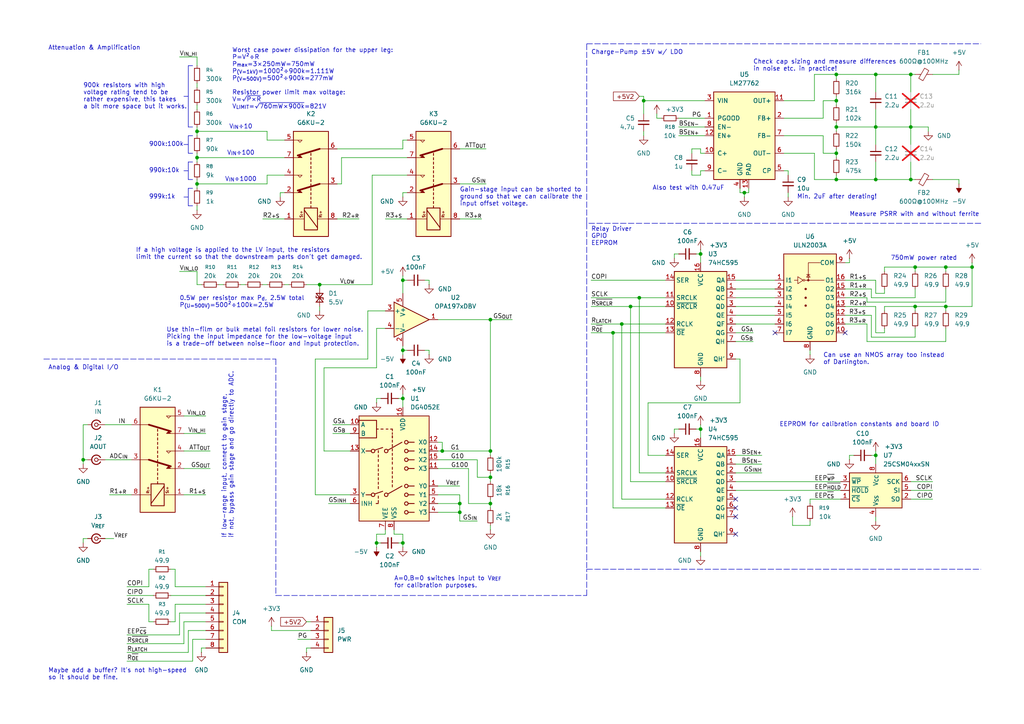
<source format=kicad_sch>
(kicad_sch (version 20250114) (generator "eeschema") (generator_version "9.0")
  (paper "A4")
  (text "Gain-stage input can be shorted to\nground so that we can calibrate the\ninput offset voltage." (at 133.35 57.15 0) (effects (font (size 1.27 1.27)) (justify left)))
  (text "Relay Driver\nGPIO\nEEPROM" (at 171.45 68.58 0) (effects (font (size 1.27 1.27)) (justify left)))
  (text "If low-range input, connect to gain stage,\nif not, bypass gain stage and go directly to ADC." (at 66.04 156.21 90) (effects (font (size 1.27 1.27)) (justify left)))
  (text "Attenuation & Amplification" (at 13.97 13.97 0) (effects (font (size 1.27 1.27)) (justify left)))
  (text "If a high voltage is applied to the LV input, the resistors\nlimit the current so that the downstream parts don't get damaged." (at 39.37 73.66 0) (effects (font (size 1.27 1.27)) (justify left)))
  (text "Check cap sizing and measure differences\nin noise etc. in practice!" (at 218.44 19.05 0) (effects (font (size 1.27 1.27)) (justify left)))
  (text "EEPROM for calibration constants and board ID" (at 226.06 123.19 0) (effects (font (size 1.27 1.27)) (justify left)))
  (text "999k:1k" (at 43.18 57.15 0) (effects (font (size 1.27 1.27)) (justify left)))
  (text "A=0,B=0 switches input to V_{REF}\nfor calibration purposes." (at 114.3 168.91 0) (effects (font (size 1.27 1.27)) (justify left)))
  (text "V_{IN}÷100" (at 69.85 44.45 0) (effects (font (size 1.27 1.27))))
  (text "Maybe add a buffer? It's not high-speed\nso it should be fine." (at 13.97 195.58 0) (effects (font (size 1.27 1.27)) (justify left)))
  (text "0.5W per resistor max P_{d}, 2.5W total\nP_{(U=500V)}=500²÷100k=2.5W" (at 52.07 87.63 0) (effects (font (size 1.27 1.27)) (justify left)))
  (text "900k resistors with high\nvoltage rating tend to be\nrather expensive, this takes\na bit more space but it works." (at 24.13 27.94 0) (effects (font (size 1.27 1.27)) (justify left)))
  (text "Measure PSRR with and without ferrite" (at 246.38 62.23 0) (effects (font (size 1.27 1.27)) (justify left)))
  (text "Charge-Pump ±5V w/ LDO" (at 171.45 15.24 0) (effects (font (size 1.27 1.27)) (justify left)))
  (text "V_{IN}÷10" (at 69.85 36.83 0) (effects (font (size 1.27 1.27))))
  (text "750mW power rated" (at 267.97 74.93 0) (effects (font (size 1.27 1.27))))
  (text "Also test with 0.47uF" (at 189.23 54.61 0) (effects (font (size 1.27 1.27)) (justify left)))
  (text "V_{IN}÷1000" (at 69.85 52.07 0) (effects (font (size 1.27 1.27))))
  (text "Worst case power dissipation for the upper leg:\nP=V²÷R\nP_{max}=3×250mW=750mW\nP_{(V=1kV)}=1000²÷900k=1.111W\nP_{(V=500V)}=500²÷900k=277mW\n\nResistor power limit max voltage:\nV=√~{P×R}\nV_{LIMIT}=√~{760mW×900k}=821V\n" (at 67.31 22.86 0) (effects (font (size 1.27 1.27)) (justify left)))
  (text "Use thin-film or bulk metal foil resistors for lower noise.\nPicking the input impedance for the low-voltage input\nis a trade-off between noise-floor and input protection." (at 48.26 97.79 0) (effects (font (size 1.27 1.27)) (justify left)))
  (text "900k:100k" (at 43.18 41.91 0) (effects (font (size 1.27 1.27)) (justify left)))
  (text "Analog & Digital I/O" (at 13.97 106.68 0) (effects (font (size 1.27 1.27)) (justify left)))
  (text "990k:10k" (at 43.18 49.53 0) (effects (font (size 1.27 1.27)) (justify left)))
  (text "Min. 2uF after derating!" (at 231.14 57.15 0) (effects (font (size 1.27 1.27)) (justify left)))
  (text "Can use an NMOS array too instead\nof Darlington." (at 238.76 104.14 0) (effects (font (size 1.27 1.27)) (justify left)))
  (junction (at 274.32 77.47))
  (junction (at 203.2 124.46))
  (junction (at 215.9 55.88))
  (junction (at 265.43 88.9))
  (junction (at 264.16 52.07))
  (junction (at 185.42 86.36))
  (junction (at 57.15 53.34))
  (junction (at 142.24 138.43))
  (junction (at 116.84 157.48))
  (junction (at 186.69 29.21))
  (junction (at 133.35 146.05))
  (junction (at 116.84 115.57))
  (junction (at 142.24 146.05))
  (junction (at 203.2 73.66))
  (junction (at 254 21.59))
  (junction (at 281.94 77.47))
  (junction (at 24.13 133.35))
  (junction (at 254 132.08))
  (junction (at 264.16 21.59))
  (junction (at 264.16 36.83))
  (junction (at 254 36.83))
  (junction (at 116.84 81.28))
  (junction (at 133.35 148.59))
  (junction (at 177.8 96.52))
  (junction (at 142.24 130.81))
  (junction (at 242.57 29.21))
  (junction (at 274.32 88.9))
  (junction (at 242.57 44.45))
  (junction (at 57.15 45.72))
  (junction (at 265.43 77.47))
  (junction (at 254 52.07))
  (junction (at 57.15 38.1))
  (junction (at 242.57 52.07))
  (junction (at 142.24 92.71))
  (junction (at 242.57 21.59))
  (junction (at 92.71 82.55))
  (junction (at 182.88 88.9))
  (junction (at 128.27 130.81))
  (junction (at 242.57 36.83))
  (junction (at 180.34 93.98))
  (junction (at 109.22 157.48))
  (junction (at 116.84 101.6))
  (no_connect (at 213.36 144.78))
  (no_connect (at 213.36 147.32))
  (no_connect (at 224.79 96.52))
  (no_connect (at 245.11 96.52))
  (no_connect (at 213.36 149.86))
  (no_connect (at 213.36 154.94))
  (wire (pts (xy 81.28 55.88) (xy 81.28 57.15)))
  (wire (pts (xy 97.79 63.5) (xy 104.14 63.5)))
  (wire (pts (xy 127 143.51) (xy 133.35 143.51)))
  (wire (pts (xy 234.95 151.13) (xy 234.95 152.4)))
  (wire (pts (xy 93.98 106.68) (xy 109.22 106.68)))
  (wire (pts (xy 36.83 189.23) (xy 54.61 189.23)))
  (wire (pts (xy 124.46 81.28) (xy 123.19 81.28)))
  (wire (pts (xy 106.68 90.17) (xy 106.68 104.14)))
  (wire (pts (xy 88.9 82.55) (xy 92.71 82.55)))
  (wire (pts (xy 213.36 91.44) (xy 224.79 91.44)))
  (wire (pts (xy 242.57 52.07) (xy 254 52.07)))
  (wire (pts (xy 114.3 154.94) (xy 114.3 153.67)))
  (wire (pts (xy 43.18 175.26) (xy 43.18 180.34)))
  (wire (pts (xy 171.45 81.28) (xy 193.04 81.28)))
  (wire (pts (xy 57.15 78.74) (xy 57.15 82.55)))
  (wire (pts (xy 127 92.71) (xy 142.24 92.71)))
  (wire (pts (xy 142.24 92.71) (xy 142.24 130.81)))
  (wire (pts (xy 242.57 43.18) (xy 242.57 44.45)))
  (wire (pts (xy 200.66 43.18) (xy 200.66 44.45)))
  (wire (pts (xy 135.89 135.89) (xy 135.89 146.05)))
  (wire (pts (xy 96.52 125.73) (xy 101.6 125.73)))
  (wire (pts (xy 213.36 83.82) (xy 224.79 83.82)))
  (wire (pts (xy 251.46 87.63) (xy 274.32 87.63)))
  (wire (pts (xy 228.6 55.88) (xy 228.6 57.15)))
  (wire (pts (xy 36.83 175.26) (xy 43.18 175.26)))
  (wire (pts (xy 54.61 182.88) (xy 59.69 182.88)))
  (wire (pts (xy 245.11 86.36) (xy 251.46 86.36)))
  (wire (pts (xy 31.75 143.51) (xy 38.1 143.51)))
  (wire (pts (xy 111.76 154.94) (xy 111.76 153.67)))
  (wire (pts (xy 142.24 144.78) (xy 142.24 146.05)))
  (wire (pts (xy 24.13 156.21) (xy 24.13 157.48)))
  (wire (pts (xy 86.36 185.42) (xy 90.17 185.42)))
  (wire (pts (xy 95.25 146.05) (xy 101.6 146.05)))
  (wire (pts (xy 59.69 177.8) (xy 52.07 177.8)))
  (wire (pts (xy 111.76 63.5) (xy 118.11 63.5)))
  (wire (pts (xy 251.46 93.98) (xy 251.46 99.06)))
  (wire (pts (xy 116.84 80.01) (xy 116.84 81.28)))
  (wire (pts (xy 203.2 124.46) (xy 203.2 127)))
  (wire (pts (xy 196.85 34.29) (xy 204.47 34.29)))
  (wire (pts (xy 82.55 40.64) (xy 77.47 40.64)))
  (wire (pts (xy 264.16 36.83) (xy 264.16 41.91)))
  (wire (pts (xy 24.13 133.35) (xy 24.13 134.62)))
  (wire (pts (xy 133.35 43.18) (xy 140.97 43.18)))
  (wire (pts (xy 265.43 88.9) (xy 274.32 88.9)))
  (polyline (pts (xy 54.61 46.99) (xy 54.61 52.07)))
  (wire (pts (xy 30.48 123.19) (xy 38.1 123.19)))
  (wire (pts (xy 238.76 44.45) (xy 238.76 39.37)))
  (wire (pts (xy 278.13 52.07) (xy 278.13 53.34)))
  (wire (pts (xy 270.51 52.07) (xy 278.13 52.07)))
  (wire (pts (xy 57.15 24.13) (xy 57.15 25.4)))
  (wire (pts (xy 203.2 43.18) (xy 200.66 43.18)))
  (wire (pts (xy 109.22 158.75) (xy 109.22 157.48)))
  (wire (pts (xy 245.11 93.98) (xy 251.46 93.98)))
  (wire (pts (xy 238.76 34.29) (xy 227.33 34.29)))
  (wire (pts (xy 93.98 130.81) (xy 93.98 106.68)))
  (wire (pts (xy 109.22 157.48) (xy 110.49 157.48)))
  (wire (pts (xy 252.73 132.08) (xy 254 132.08)))
  (wire (pts (xy 57.15 82.55) (xy 58.42 82.55)))
  (wire (pts (xy 217.17 54.61) (xy 217.17 55.88)))
  (wire (pts (xy 36.83 172.72) (xy 44.45 172.72)))
  (wire (pts (xy 99.06 45.72) (xy 99.06 53.34)))
  (wire (pts (xy 242.57 35.56) (xy 242.57 36.83)))
  (wire (pts (xy 234.95 101.6) (xy 234.95 102.87)))
  (wire (pts (xy 57.15 45.72) (xy 57.15 46.99)))
  (wire (pts (xy 116.84 40.64) (xy 118.11 40.64)))
  (wire (pts (xy 254 36.83) (xy 254 41.91)))
  (wire (pts (xy 50.8 170.18) (xy 59.69 170.18)))
  (wire (pts (xy 93.98 130.81) (xy 101.6 130.81)))
  (wire (pts (xy 135.89 146.05) (xy 142.24 146.05)))
  (polyline (pts (xy 170.18 172.72) (xy 170.18 165.1)) (stroke (width 0) (type dash)))
  (wire (pts (xy 251.46 99.06) (xy 274.32 99.06)))
  (wire (pts (xy 88.9 189.23) (xy 88.9 187.96)))
  (wire (pts (xy 49.53 165.1) (xy 50.8 165.1)))
  (wire (pts (xy 107.95 50.8) (xy 107.95 82.55)))
  (wire (pts (xy 116.84 81.28) (xy 118.11 81.28)))
  (wire (pts (xy 124.46 101.6) (xy 123.19 101.6)))
  (wire (pts (xy 36.83 184.15) (xy 52.07 184.15)))
  (wire (pts (xy 96.52 123.19) (xy 101.6 123.19)))
  (wire (pts (xy 186.69 29.21) (xy 186.69 27.94)))
  (wire (pts (xy 52.07 177.8) (xy 52.07 184.15)))
  (wire (pts (xy 180.34 93.98) (xy 180.34 144.78)))
  (wire (pts (xy 264.16 36.83) (xy 269.24 36.83)))
  (wire (pts (xy 242.57 36.83) (xy 254 36.83)))
  (wire (pts (xy 69.85 82.55) (xy 71.12 82.55)))
  (wire (pts (xy 25.4 156.21) (xy 24.13 156.21)))
  (wire (pts (xy 25.4 123.19) (xy 24.13 123.19)))
  (wire (pts (xy 138.43 133.35) (xy 127 133.35)))
  (wire (pts (xy 57.15 53.34) (xy 77.47 53.34)))
  (polyline (pts (xy 170.18 165.1) (xy 284.48 165.1)) (stroke (width 0) (type dash)))
  (wire (pts (xy 91.44 143.51) (xy 101.6 143.51)))
  (wire (pts (xy 57.15 36.83) (xy 57.15 38.1)))
  (wire (pts (xy 55.88 185.42) (xy 59.69 185.42)))
  (wire (pts (xy 236.22 52.07) (xy 236.22 44.45)))
  (wire (pts (xy 201.93 73.66) (xy 203.2 73.66)))
  (wire (pts (xy 53.34 125.73) (xy 59.69 125.73)))
  (wire (pts (xy 242.57 44.45) (xy 242.57 45.72)))
  (wire (pts (xy 242.57 29.21) (xy 242.57 30.48)))
  (wire (pts (xy 50.8 180.34) (xy 50.8 175.26)))
  (wire (pts (xy 92.71 83.82) (xy 92.71 82.55)))
  (wire (pts (xy 133.35 148.59) (xy 127 148.59)))
  (wire (pts (xy 214.63 116.84) (xy 187.96 116.84)))
  (wire (pts (xy 254 130.81) (xy 254 132.08)))
  (wire (pts (xy 58.42 189.23) (xy 58.42 187.96)))
  (wire (pts (xy 133.35 63.5) (xy 139.7 63.5)))
  (polyline (pts (xy 53.34 49.53) (xy 54.61 49.53)))
  (wire (pts (xy 142.24 137.16) (xy 142.24 138.43)))
  (wire (pts (xy 203.2 50.8) (xy 203.2 49.53)))
  (wire (pts (xy 227.33 29.21) (xy 236.22 29.21)))
  (wire (pts (xy 214.63 54.61) (xy 214.63 55.88)))
  (wire (pts (xy 254 21.59) (xy 254 26.67)))
  (wire (pts (xy 43.18 170.18) (xy 43.18 165.1)))
  (wire (pts (xy 254 149.86) (xy 254 151.13)))
  (wire (pts (xy 109.22 116.84) (xy 109.22 115.57)))
  (wire (pts (xy 246.38 132.08) (xy 246.38 133.35)))
  (wire (pts (xy 203.2 49.53) (xy 204.47 49.53)))
  (wire (pts (xy 203.2 72.39) (xy 203.2 73.66)))
  (wire (pts (xy 106.68 90.17) (xy 111.76 90.17)))
  (wire (pts (xy 196.85 39.37) (xy 204.47 39.37)))
  (wire (pts (xy 254 31.75) (xy 254 36.83)))
  (wire (pts (xy 116.84 154.94) (xy 116.84 157.48)))
  (wire (pts (xy 58.42 187.96) (xy 59.69 187.96)))
  (wire (pts (xy 245.11 88.9) (xy 254 88.9)))
  (wire (pts (xy 281.94 88.9) (xy 281.94 77.47)))
  (wire (pts (xy 220.98 134.62) (xy 213.36 134.62)))
  (wire (pts (xy 138.43 151.13) (xy 133.35 151.13)))
  (wire (pts (xy 182.88 139.7) (xy 193.04 139.7)))
  (wire (pts (xy 180.34 93.98) (xy 193.04 93.98)))
  (wire (pts (xy 246.38 132.08) (xy 247.65 132.08)))
  (wire (pts (xy 186.69 29.21) (xy 204.47 29.21)))
  (polyline (pts (xy 54.61 36.83) (xy 55.88 36.83)))
  (wire (pts (xy 116.84 43.18) (xy 97.79 43.18)))
  (wire (pts (xy 142.24 130.81) (xy 142.24 132.08)))
  (wire (pts (xy 264.16 139.7) (xy 270.51 139.7)))
  (wire (pts (xy 242.57 36.83) (xy 242.57 38.1)))
  (wire (pts (xy 265.43 83.82) (xy 265.43 86.36)))
  (wire (pts (xy 264.16 36.83) (xy 254 36.83)))
  (polyline (pts (xy 55.88 54.61) (xy 54.61 54.61)))
  (wire (pts (xy 251.46 86.36) (xy 251.46 87.63)))
  (polyline (pts (xy 54.61 19.05) (xy 54.61 36.83)))
  (wire (pts (xy 236.22 52.07) (xy 242.57 52.07)))
  (wire (pts (xy 264.16 31.75) (xy 264.16 36.83)))
  (wire (pts (xy 142.24 138.43) (xy 142.24 139.7)))
  (wire (pts (xy 36.83 170.18) (xy 43.18 170.18)))
  (wire (pts (xy 213.36 142.24) (xy 243.84 142.24)))
  (wire (pts (xy 265.43 77.47) (xy 265.43 78.74)))
  (wire (pts (xy 77.47 40.64) (xy 77.47 38.1)))
  (wire (pts (xy 213.36 104.14) (xy 214.63 104.14)))
  (wire (pts (xy 203.2 109.22) (xy 203.2 110.49)))
  (wire (pts (xy 118.11 45.72) (xy 99.06 45.72)))
  (wire (pts (xy 177.8 96.52) (xy 193.04 96.52)))
  (wire (pts (xy 53.34 143.51) (xy 59.69 143.51)))
  (wire (pts (xy 214.63 104.14) (xy 214.63 116.84)))
  (wire (pts (xy 217.17 55.88) (xy 215.9 55.88)))
  (wire (pts (xy 171.45 93.98) (xy 180.34 93.98)))
  (wire (pts (xy 274.32 99.06) (xy 274.32 95.25)))
  (wire (pts (xy 215.9 55.88) (xy 215.9 57.15)))
  (wire (pts (xy 43.18 165.1) (xy 44.45 165.1)))
  (wire (pts (xy 53.34 135.89) (xy 60.96 135.89)))
  (wire (pts (xy 195.58 124.46) (xy 196.85 124.46)))
  (wire (pts (xy 254 96.52) (xy 256.54 96.52)))
  (wire (pts (xy 264.16 52.07) (xy 265.43 52.07)))
  (wire (pts (xy 242.57 44.45) (xy 238.76 44.45)))
  (wire (pts (xy 177.8 96.52) (xy 177.8 147.32)))
  (wire (pts (xy 116.84 55.88) (xy 116.84 57.15)))
  (wire (pts (xy 201.93 124.46) (xy 203.2 124.46)))
  (polyline (pts (xy 53.34 41.91) (xy 54.61 41.91)))
  (wire (pts (xy 203.2 73.66) (xy 203.2 76.2)))
  (wire (pts (xy 252.73 97.79) (xy 265.43 97.79)))
  (wire (pts (xy 57.15 38.1) (xy 57.15 39.37)))
  (wire (pts (xy 92.71 88.9) (xy 92.71 90.17)))
  (wire (pts (xy 171.45 86.36) (xy 185.42 86.36)))
  (wire (pts (xy 254 132.08) (xy 254 134.62)))
  (wire (pts (xy 77.47 50.8) (xy 77.47 53.34)))
  (wire (pts (xy 186.69 29.21) (xy 186.69 33.02)))
  (polyline (pts (xy 55.88 46.99) (xy 54.61 46.99)))
  (wire (pts (xy 227.33 39.37) (xy 238.76 39.37)))
  (wire (pts (xy 213.36 93.98) (xy 224.79 93.98)))
  (wire (pts (xy 57.15 38.1) (xy 77.47 38.1)))
  (wire (pts (xy 242.57 52.07) (xy 242.57 50.8)))
  (wire (pts (xy 142.24 92.71) (xy 148.59 92.71)))
  (wire (pts (xy 256.54 83.82) (xy 256.54 85.09)))
  (wire (pts (xy 116.84 100.33) (xy 116.84 101.6)))
  (wire (pts (xy 109.22 157.48) (xy 109.22 154.94)))
  (wire (pts (xy 36.83 191.77) (xy 55.88 191.77)))
  (wire (pts (xy 278.13 20.32) (xy 278.13 21.59)))
  (wire (pts (xy 256.54 77.47) (xy 256.54 78.74)))
  (wire (pts (xy 142.24 152.4) (xy 142.24 153.67)))
  (wire (pts (xy 50.8 165.1) (xy 50.8 170.18)))
  (wire (pts (xy 196.85 36.83) (xy 204.47 36.83)))
  (wire (pts (xy 234.95 144.78) (xy 234.95 146.05)))
  (wire (pts (xy 53.34 180.34) (xy 59.69 180.34)))
  (wire (pts (xy 195.58 124.46) (xy 195.58 125.73)))
  (wire (pts (xy 190.5 34.29) (xy 191.77 34.29)))
  (polyline (pts (xy 80.01 172.72) (xy 170.18 172.72)) (stroke (width 0) (type dash)))
  (wire (pts (xy 256.54 85.09) (xy 254 85.09)))
  (wire (pts (xy 57.15 19.05) (xy 57.15 16.51)))
  (wire (pts (xy 213.36 81.28) (xy 224.79 81.28)))
  (wire (pts (xy 195.58 73.66) (xy 195.58 74.93)))
  (wire (pts (xy 281.94 76.2) (xy 281.94 77.47)))
  (wire (pts (xy 53.34 120.65) (xy 59.69 120.65)))
  (wire (pts (xy 53.34 186.69) (xy 53.34 180.34)))
  (wire (pts (xy 265.43 77.47) (xy 256.54 77.47)))
  (wire (pts (xy 200.66 49.53) (xy 200.66 50.8)))
  (wire (pts (xy 274.32 77.47) (xy 265.43 77.47)))
  (wire (pts (xy 220.98 132.08) (xy 213.36 132.08)))
  (wire (pts (xy 109.22 115.57) (xy 110.49 115.57)))
  (wire (pts (xy 36.83 186.69) (xy 53.34 186.69)))
  (wire (pts (xy 245.11 83.82) (xy 252.73 83.82)))
  (wire (pts (xy 116.84 158.75) (xy 116.84 157.48)))
  (wire (pts (xy 133.35 146.05) (xy 133.35 148.59)))
  (wire (pts (xy 213.36 139.7) (xy 243.84 139.7)))
  (wire (pts (xy 195.58 73.66) (xy 196.85 73.66)))
  (polyline (pts (xy 170.18 64.77) (xy 170.18 12.7)) (stroke (width 0) (type dash)))
  (wire (pts (xy 242.57 27.94) (xy 242.57 29.21)))
  (wire (pts (xy 281.94 77.47) (xy 274.32 77.47)))
  (wire (pts (xy 200.66 50.8) (xy 203.2 50.8)))
  (wire (pts (xy 238.76 29.21) (xy 238.76 34.29)))
  (wire (pts (xy 242.57 29.21) (xy 238.76 29.21)))
  (polyline (pts (xy 54.61 59.69) (xy 55.88 59.69)))
  (wire (pts (xy 63.5 82.55) (xy 64.77 82.55)))
  (wire (pts (xy 52.07 78.74) (xy 57.15 78.74)))
  (wire (pts (xy 264.16 52.07) (xy 254 52.07)))
  (wire (pts (xy 264.16 46.99) (xy 264.16 52.07)))
  (wire (pts (xy 76.2 63.5) (xy 82.55 63.5)))
  (wire (pts (xy 116.84 115.57) (xy 116.84 118.11)))
  (wire (pts (xy 234.95 144.78) (xy 243.84 144.78)))
  (wire (pts (xy 49.53 172.72) (xy 59.69 172.72)))
  (wire (pts (xy 218.44 96.52) (xy 213.36 96.52)))
  (wire (pts (xy 234.95 152.4) (xy 229.87 152.4)))
  (wire (pts (xy 171.45 88.9) (xy 182.88 88.9)))
  (wire (pts (xy 142.24 138.43) (xy 138.43 138.43)))
  (wire (pts (xy 127 130.81) (xy 128.27 130.81)))
  (wire (pts (xy 99.06 53.34) (xy 97.79 53.34)))
  (polyline (pts (xy 12.7 104.14) (xy 80.01 104.14)) (stroke (width 0) (type dash)))
  (wire (pts (xy 245.11 91.44) (xy 252.73 91.44)))
  (polyline (pts (xy 53.34 57.15) (xy 54.61 57.15)))
  (wire (pts (xy 133.35 143.51) (xy 133.35 146.05)))
  (polyline (pts (xy 170.18 64.77) (xy 170.18 165.1)) (stroke (width 0) (type dash)))
  (wire (pts (xy 116.84 157.48) (xy 115.57 157.48)))
  (wire (pts (xy 264.16 26.67) (xy 264.16 21.59)))
  (wire (pts (xy 138.43 138.43) (xy 138.43 133.35)))
  (wire (pts (xy 91.44 104.14) (xy 91.44 143.51)))
  (wire (pts (xy 57.15 53.34) (xy 57.15 54.61)))
  (wire (pts (xy 274.32 88.9) (xy 281.94 88.9)))
  (wire (pts (xy 33.02 156.21) (xy 30.48 156.21)))
  (wire (pts (xy 270.51 21.59) (xy 278.13 21.59)))
  (wire (pts (xy 57.15 44.45) (xy 57.15 45.72)))
  (wire (pts (xy 92.71 82.55) (xy 107.95 82.55)))
  (wire (pts (xy 128.27 130.81) (xy 142.24 130.81)))
  (wire (pts (xy 203.2 160.02) (xy 203.2 161.29)))
  (polyline (pts (xy 54.61 52.07) (xy 55.88 52.07)))
  (wire (pts (xy 49.53 180.34) (xy 50.8 180.34)))
  (wire (pts (xy 264.16 144.78) (xy 270.51 144.78)))
  (polyline (pts (xy 55.88 39.37) (xy 54.61 39.37)))
  (wire (pts (xy 57.15 59.69) (xy 57.15 60.96)))
  (wire (pts (xy 186.69 38.1) (xy 186.69 39.37)))
  (wire (pts (xy 24.13 123.19) (xy 24.13 133.35)))
  (polyline (pts (xy 54.61 54.61) (xy 54.61 59.69)))
  (polyline (pts (xy 55.88 19.05) (xy 54.61 19.05)))
  (wire (pts (xy 254 81.28) (xy 245.11 81.28)))
  (wire (pts (xy 190.5 33.02) (xy 190.5 34.29)))
  (wire (pts (xy 133.35 53.34) (xy 140.97 53.34)))
  (wire (pts (xy 274.32 88.9) (xy 274.32 90.17)))
  (wire (pts (xy 52.07 16.51) (xy 57.15 16.51)))
  (wire (pts (xy 109.22 95.25) (xy 111.76 95.25)))
  (wire (pts (xy 116.84 102.87) (xy 116.84 101.6)))
  (wire (pts (xy 229.87 149.86) (xy 229.87 152.4)))
  (wire (pts (xy 57.15 45.72) (xy 82.55 45.72)))
  (wire (pts (xy 171.45 96.52) (xy 177.8 96.52)))
  (wire (pts (xy 133.35 151.13) (xy 133.35 148.59)))
  (wire (pts (xy 193.04 144.78) (xy 180.34 144.78)))
  (wire (pts (xy 203.2 44.45) (xy 203.2 43.18)))
  (wire (pts (xy 187.96 132.08) (xy 193.04 132.08)))
  (wire (pts (xy 264.16 142.24) (xy 270.51 142.24)))
  (wire (pts (xy 116.84 81.28) (xy 116.84 85.09)))
  (wire (pts (xy 213.36 137.16) (xy 220.98 137.16)))
  (wire (pts (xy 228.6 49.53) (xy 227.33 49.53)))
  (wire (pts (xy 254 46.99) (xy 254 52.07)))
  (wire (pts (xy 109.22 154.94) (xy 111.76 154.94)))
  (wire (pts (xy 254 88.9) (xy 254 96.52)))
  (wire (pts (xy 107.95 50.8) (xy 118.11 50.8)))
  (wire (pts (xy 252.73 91.44) (xy 252.73 97.79)))
  (wire (pts (xy 50.8 175.26) (xy 59.69 175.26)))
  (wire (pts (xy 88.9 187.96) (xy 90.17 187.96)))
  (wire (pts (xy 124.46 102.87) (xy 124.46 101.6)))
  (wire (pts (xy 78.74 181.61) (xy 78.74 182.88)))
  (polyline (pts (xy 284.48 64.77) (xy 170.18 64.77)) (stroke (width 0) (type dash)))
  (wire (pts (xy 236.22 44.45) (xy 227.33 44.45)))
  (polyline (pts (xy 170.18 12.7) (xy 284.48 12.7)) (stroke (width 0) (type dash)))
  (wire (pts (xy 254 85.09) (xy 254 81.28)))
  (polyline (pts (xy 54.61 44.45) (xy 55.88 44.45)))
  (wire (pts (xy 116.84 101.6) (xy 118.11 101.6)))
  (wire (pts (xy 228.6 50.8) (xy 228.6 49.53)))
  (wire (pts (xy 124.46 82.55) (xy 124.46 81.28)))
  (wire (pts (xy 82.55 55.88) (xy 81.28 55.88)))
  (wire (pts (xy 213.36 88.9) (xy 224.79 88.9)))
  (wire (pts (xy 203.2 123.19) (xy 203.2 124.46)))
  (wire (pts (xy 106.68 104.14) (xy 91.44 104.14)))
  (wire (pts (xy 109.22 106.68) (xy 109.22 95.25)))
  (wire (pts (xy 242.57 21.59) (xy 242.57 22.86)))
  (wire (pts (xy 82.55 82.55) (xy 83.82 82.55)))
  (wire (pts (xy 252.73 83.82) (xy 252.73 86.36)))
  (wire (pts (xy 236.22 29.21) (xy 236.22 21.59)))
  (wire (pts (xy 256.54 96.52) (xy 256.54 95.25)))
  (wire (pts (xy 274.32 87.63) (xy 274.32 83.82)))
  (wire (pts (xy 264.16 21.59) (xy 254 21.59)))
  (wire (pts (xy 118.11 55.88) (xy 116.84 55.88)))
  (wire (pts (xy 185.42 27.94) (xy 186.69 27.94)))
  (wire (pts (xy 246.38 76.2) (xy 245.11 76.2)))
  (wire (pts (xy 213.36 86.36) (xy 224.79 86.36)))
  (wire (pts (xy 43.18 180.34) (xy 44.45 180.34)))
  (wire (pts (xy 82.55 50.8) (xy 77.47 50.8)))
  (wire (pts (xy 142.24 146.05) (xy 142.24 147.32)))
  (wire (pts (xy 265.43 88.9) (xy 265.43 90.17)))
  (wire (pts (xy 127 146.05) (xy 133.35 146.05)))
  (wire (pts (xy 57.15 52.07) (xy 57.15 53.34)))
  (wire (pts (xy 185.42 86.36) (xy 193.04 86.36)))
  (wire (pts (xy 193.04 137.16) (xy 185.42 137.16)))
  (wire (pts (xy 265.43 97.79) (xy 265.43 95.25)))
  (wire (pts (xy 88.9 180.34) (xy 90.17 180.34)))
  (wire (pts (xy 274.32 77.47) (xy 274.32 78.74)))
  (polyline (pts (xy 54.61 39.37) (xy 54.61 44.45)))
  (wire (pts (xy 182.88 88.9) (xy 182.88 139.7)))
  (wire (pts (xy 78.74 182.88) (xy 90.17 182.88)))
  (wire (pts (xy 116.84 40.64) (xy 116.84 43.18)))
  (wire (pts (xy 182.88 88.9) (xy 193.04 88.9)))
  (wire (pts (xy 53.34 130.81) (xy 60.96 130.81)))
  (wire (pts (xy 246.38 74.93) (xy 246.38 76.2)))
  (wire (pts (xy 252.73 86.36) (xy 265.43 86.36)))
  (wire (pts (xy 218.44 99.06) (xy 213.36 99.06)))
  (polyline (pts (xy 53.34 27.94) (xy 54.61 27.94)))
  (wire (pts (xy 116.84 114.3) (xy 116.84 115.57)))
  (wire (pts (xy 116.84 115.57) (xy 115.57 115.57)))
  (wire (pts (xy 264.16 21.59) (xy 265.43 21.59)))
  (wire (pts (xy 25.4 133.35) (xy 24.13 133.35)))
  (wire (pts (xy 54.61 189.23) (xy 54.61 182.88)))
  (wire (pts (xy 57.15 30.48) (xy 57.15 31.75)))
  (wire (pts (xy 204.47 44.45) (xy 203.2 44.45)))
  (wire (pts (xy 187.96 116.84) (xy 187.96 132.08)))
  (wire (pts (xy 127 135.89) (xy 135.89 135.89)))
  (wire (pts (xy 76.2 82.55) (xy 77.47 82.55)))
  (wire (pts (xy 236.22 21.59) (xy 242.57 21.59)))
  (wire (pts (xy 185.42 137.16) (xy 185.42 86.36)))
  (wire (pts (xy 256.54 90.17) (xy 256.54 88.9)))
  (wire (pts (xy 256.54 88.9) (xy 265.43 88.9)))
  (wire (pts (xy 127 140.97) (xy 133.35 140.97)))
  (wire (pts (xy 215.9 55.88) (xy 214.63 55.88)))
  (wire (pts (xy 242.57 21.59) (xy 254 21.59)))
  (wire (pts (xy 269.24 36.83) (xy 269.24 38.1)))
  (wire (pts (xy 127 128.27) (xy 128.27 128.27)))
  (polyline (pts (xy 80.01 104.14) (xy 80.01 172.72)) (stroke (width 0) (type dash)))
  (wire (pts (xy 30.48 133.35) (xy 38.1 133.35)))
  (wire (pts (xy 128.27 130.81) (xy 128.27 128.27)))
  (wire (pts (xy 55.88 191.77) (xy 55.88 185.42)))
  (wire (pts (xy 114.3 154.94) (xy 116.84 154.94)))
  (wire (pts (xy 177.8 147.32) (xy 193.04 147.32)))
  (label "EEP_{~{CS}}" (at 236.22 144.78 0))
  (label "R2_{+R}" (at 246.38 88.9 0))
  (label "R_{~{OE}}" (at 36.83 191.77 0))
  (label "GS_{OUT}" (at 148.59 92.71 180))
  (label "GS_{INH}" (at 95.25 146.05 0))
  (label "GS_{IN}" (at 140.97 53.34 180))
  (label "BS_{EN+}" (at 196.85 39.37 0))
  (label "R3_{+R}" (at 139.7 63.5 180))
  (label "R2_{+S}" (at 246.3804 86.36 0))
  (label "R3_{+R}" (at 246.2325 93.98 0))
  (label "GS_{A}" (at 96.52 123.19 0))
  (label "GS_{IN}" (at 138.43 151.13 180))
  (label "R_{~{SRCLR}}" (at 171.45 88.9 0))
  (label "V_{IN_LO}" (at 52.07 78.74 0))
  (label "R1_{+R}" (at 246.3796 83.82 0))
  (label "V_{REF}" (at 33.02 156.21 0))
  (label "R1_{+S}" (at 59.69 143.51 180))
  (label "G100" (at 135.89 135.89 180))
  (label "R1_{+S}" (at 246.38 81.28 0))
  (label "EEP_{~{WP}}" (at 236.22 139.7 0))
  (label "SCLK" (at 270.51 139.7 180))
  (label "IN" (at 34.29 123.19 0))
  (label "R_{LATCH}" (at 171.45 93.98 0))
  (label "GS_{A}" (at 218.44 96.52 180))
  (label "V_{LOW}" (at 102.87 82.55 180))
  (label "BS_{EN+}" (at 220.98 132.08 180))
  (label "V_{REF}" (at 133.35 140.97 180))
  (label "R3_{+S}" (at 111.76 63.5 0))
  (label "SCLK" (at 36.83 175.26 0))
  (label "V_{IN_HI}" (at 52.07 16.51 0))
  (label "R2_{+S}" (at 76.2 63.5 0))
  (label "ATT_{OUT}" (at 140.97 43.18 180))
  (label "SCLK" (at 171.45 86.36 0))
  (label "BS_{EN-}" (at 196.85 36.83 0))
  (label "EEP_{~{HOLD}}" (at 236.22 142.24 0))
  (label "V_{IN_HI}" (at 59.69 125.73 180))
  (label "G1" (at 133.35 130.81 180))
  (label "COPI" (at 270.51 142.24 180))
  (label "EEP_{~{CS}}" (at 36.83 184.15 0))
  (label "ADC_{IN}" (at 31.75 133.35 0))
  (label "R_{~{OE}}" (at 171.45 96.52 0))
  (label "ATT_{OUT}" (at 60.96 130.81 180))
  (label "R1_{+R}" (at 31.75 143.51 0))
  (label "CIPO" (at 36.83 172.72 0))
  (label "GS_{B}" (at 96.52 125.73 0))
  (label "BS_{EN-}" (at 220.98 134.62 180))
  (label "PG" (at 86.36 185.42 0))
  (label "PG" (at 200.66 34.29 0))
  (label "R_{LATCH}" (at 36.83 189.23 0))
  (label "R2_{+R}" (at 104.14 63.5 180))
  (label "GS_{INH}" (at 220.98 137.16 180))
  (label "CIPO" (at 270.51 144.78 180))
  (label "GS_{OUT}" (at 60.96 135.89 180))
  (label "R3_{+S}" (at 246.2329 91.44 0))
  (label "COPI" (at 36.83 170.18 0))
  (label "GS_{B}" (at 218.44 99.06 180))
  (label "V_{IN_LO}" (at 59.69 120.65 180))
  (label "R_{~{SRCLR}}" (at 36.83 186.69 0))
  (label "COPI" (at 171.45 81.28 0))
  (label "G10" (at 134.62 133.35 180))
  (global_label "+5V2" (shape input) (at 185.42 27.94 180) (property "Intersheetrefs" "${INTERSHEET_REFS}" (effects (hide yes))))
  (global_label "+5V2" (shape input) (at 88.9 180.34 180) (property "Intersheetrefs" "${INTERSHEET_REFS}" (effects (hide yes))))
  (symbol (lib_id "power:+5V") (at 246.38 74.93 0) (unit 1)
    (property "Reference" "#PWR031" (effects (hide yes)))
    (property "Value" "+5V" (at 246.38 69.85 0))
    (property "Description" "Power symbol creates a global label with name \"+5V\"" (effects (hide yes)))
  )
  (symbol (lib_id "Regulator_SwitchedCapacitor:LM27762") (at 214.63 34.29 0) (unit 1)
    (property "Reference" "U5" (at 215.9 21.59 0))
    (property "Value" "LM27762" (at 215.9 24.13 0))
    (property "Footprint" "Package_SON:WSON-12-1EP_3x2mm_P0.5mm_EP1x2.65_ThermalVias" (effects (hide yes)))
    (property "Datasheet" "http://www.ti.com/lit/ds/symlink/lm27762.pdf" (effects (hide yes)))
    (property "Description" "Low-noise inverting charge pump with both positive and negative LDO's, with 2.7V-5.5V input to +1.5 to +5V and -1.5 to -5V Output Voltage, WSON-12" (effects (hide yes)))
  )
  (symbol (lib_id "Device:R_Small") (at 46.99 165.1 90) (unit 1)
    (property "Reference" "R1" (at 46.99 160.02 90) (effects (font (size 1.016 1.016))))
    (property "Value" "49.9" (at 46.99 162.56 90))
    (property "Footprint" "Resistor_SMD:R_0603_1608Metric" (effects (hide yes)))
    (property "Description" "Resistor, small symbol" (effects (hide yes)))
  )
  (symbol (lib_id "Device:R_Small") (at 242.57 33.02 0) (unit 1)
    (property "Reference" "R21" (at 245.11 31.7499 0) (effects (justify left)))
    (property "Value" "102k" (at 245.11 34.2899 0) (effects (justify left)))
    (property "Footprint" "Resistor_SMD:R_0402_1005Metric" (effects (hide yes)))
    (property "Description" "Resistor, small symbol" (effects (hide yes)))
  )
  (symbol (lib_id "Relay:G6KU-2") (at 125.73 53.34 90) (unit 1)
    (property "Reference" "K3" (at 125.73 33.02 90))
    (property "Value" "G6KU-2" (at 125.73 35.56 90))
    (property "Footprint" "Relay_SMD:Relay_DPDT_Omron_G6K-2F-Y" (effects (hide yes)))
    (property "Datasheet" "http://omronfs.omron.com/en_US/ecb/products/pdf/en-g6k.pdf" (effects (hide yes)))
    (property "Description" "Miniature 2-pole relay, Single-winding Latching" (effects (hide yes)))
    (property "MPN" "G6KU-2F-Y-TR DC5" (effects (hide yes)))
    (property "LCSC" "C2153173" (effects (hide yes)))
  )
  (symbol (lib_id "Device:R_Small") (at 142.24 149.86 0) (unit 1)
    (property "Reference" "R17" (at 147.32 149.86 90) (effects (font (size 1.016 1.016))))
    (property "Value" "2k" (at 144.78 149.86 90))
    (property "Footprint" "Resistor_SMD:R_0603_1608Metric" (effects (hide yes)))
    (property "Description" "Resistor, small symbol" (effects (hide yes)))
  )
  (symbol (lib_id "Analog_Switch:CD4052B") (at 114.3 135.89 0) (unit 1)
    (property "Reference" "U1" (at 118.9833 115.57 0) (effects (justify left)))
    (property "Value" "DG4052E" (at 118.9833 118.11 0) (effects (justify left)))
    (property "Footprint" "Package_SO:SOIC-16_3.9x9.9mm_P1.27mm" (effects (hide yes)))
    (property "Datasheet" "https://www.vishay.com/docs/69685/dg4051e.pdf" (effects (hide yes)))
    (property "Description" "CMOS double 4-channel analog multiplexer/demultiplexer, TSSOP-16/DIP-16/SOIC-16" (effects (hide yes)))
  )
  (symbol (lib_id "Connector_Generic:Conn_01x04") (at 95.25 182.88 0) (unit 1)
    (property "Reference" "J5" (at 97.79 182.8799 0) (effects (justify left)))
    (property "Value" "PWR" (at 97.79 185.4199 0) (effects (justify left)))
    (property "Footprint" "Connector_PinSocket_2.54mm:PinSocket_1x04_P2.54mm_Vertical" (effects (hide yes)))
    (property "Description" "Generic connector, single row, 01x04, script generated (kicad-library-utils/schlib/autogen/connector/)" (effects (hide yes)))
  )
  (symbol (lib_id "Device:R_Small") (at 60.96 82.55 90) (unit 1)
    (property "Reference" "R10" (at 60.96 77.47 90) (effects (font (size 1.016 1.016))))
    (property "Value" "20k" (at 60.96 80.01 90))
    (property "Footprint" "Resistor_SMD:R_1206_3216Metric" (effects (hide yes)))
    (property "Description" "Resistor, small symbol" (effects (hide yes)))
    (property "MPN" "RNCP1206FTD20K0" (effects (hide yes)))
  )
  (symbol (lib_id "Amplifier_Operational:OPA197xDBV") (at 119.38 92.71 0) (unit 1)
    (property "Reference" "U2" (at 132.08 86.2898 0))
    (property "Value" "OPA197xDBV" (at 132.08 88.8298 0))
    (property "Footprint" "Package_TO_SOT_SMD:SOT-23-5" (effects (hide yes)))
    (property "Datasheet" "http://www.ti.com/lit/ds/symlink/opa197.pdf" (effects (hide yes)))
    (property "Description" "Single 36V, Precision, Rail-to-Rail Input/Output, Low Offset Voltage, Operational Amplifier, SOT-23" (effects (hide yes)))
  )
  (symbol (lib_id "power:+5V") (at 278.13 20.32 0) (unit 1)
    (property "Reference" "#PWR036" (effects (hide yes)))
    (property "Value" "+5V" (at 278.13 15.24 0))
    (property "Description" "Power symbol creates a global label with name \"+5V\"" (effects (hide yes)))
  )
  (symbol (lib_id "Device:FerriteBead_Small") (at 267.97 21.59 90) (unit 1)
    (property "Reference" "FB1" (at 267.9319 15.24 90))
    (property "Value" "600Ω@100MHz" (at 267.9319 17.78 90))
    (property "Footprint" "Inductor_SMD:L_0603_1608Metric" (effects (hide yes)))
    (property "Description" "Ferrite bead, small symbol" (effects (hide yes)))
  )
  (symbol (lib_id "power:+5V") (at 116.84 80.01 0) (unit 1)
    (property "Reference" "#PWR012" (effects (hide yes)))
    (property "Value" "+5V" (at 114.3 78.7399 0) (effects (justify right)))
    (property "Description" "Power symbol creates a global label with name \"+5V\"" (effects (hide yes)))
  )
  (symbol (lib_id "Device:R_Small") (at 242.57 40.64 0) (unit 1)
    (property "Reference" "R22" (at 245.11 39.3699 0) (effects (justify left)))
    (property "Value" "150k" (at 245.11 41.9099 0) (effects (justify left)))
    (property "Footprint" "Resistor_SMD:R_0402_1005Metric" (effects (hide yes)))
    (property "Description" "Resistor, small symbol" (effects (hide yes)))
  )
  (symbol (lib_id "74xx:74HC595") (at 203.2 91.44 0) (unit 1)
    (property "Reference" "U3" (at 205.3433 73.66 0) (effects (justify left)))
    (property "Value" "74HC595" (at 205.3433 76.2 0) (effects (justify left)))
    (property "Footprint" "Package_SO:SOIC-16_3.9x9.9mm_P1.27mm" (effects (hide yes)))
    (property "Datasheet" "http://www.ti.com/lit/ds/symlink/sn74hc595.pdf" (effects (hide yes)))
    (property "Description" "8-bit serial in/out Shift Register 3-State Outputs" (effects (hide yes)))
    (property "MPN" "SN74HCS595" (effects (hide yes)))
  )
  (symbol (lib_id "power:+5V") (at 116.84 114.3 0) (unit 1)
    (property "Reference" "#PWR014" (effects (hide yes)))
    (property "Value" "+5V" (at 119.38 113.0299 0) (effects (justify left)))
    (property "Description" "Power symbol creates a global label with name \"+5V\"" (effects (hide yes)))
  )
  (symbol (lib_id "Device:R_Small") (at 46.99 180.34 90) (unit 1)
    (property "Reference" "R3" (at 46.99 175.26 90) (effects (font (size 1.016 1.016))))
    (property "Value" "49.9" (at 46.99 177.8 90))
    (property "Footprint" "Resistor_SMD:R_0603_1608Metric" (effects (hide yes)))
    (property "Description" "Resistor, small symbol" (effects (hide yes)))
  )
  (symbol (lib_id "power:+3V3") (at 229.87 149.86 0) (unit 1)
    (property "Reference" "#PWR029" (effects (hide yes)))
    (property "Value" "+3V3" (at 229.87 144.78 0))
    (property "Description" "Power symbol creates a global label with name \"+3V3\"" (effects (hide yes)))
  )
  (symbol (lib_id "Memory_EEPROM:25CSM04xxSN") (at 254 142.24 0) (unit 1)
    (property "Reference" "U7" (at 256.1433 132.08 0) (effects (justify left)))
    (property "Value" "25CSM04xxSN" (at 256.1433 134.62 0) (effects (justify left)))
    (property "Footprint" "Package_SO:SOIC-8_3.9x4.9mm_P1.27mm" (effects (hide yes)))
    (property "Datasheet" "https://ww1.microchip.com/downloads/aemDocuments/documents/MPD/ProductDocuments/DataSheets/25CSM04-4-Mbit-SPI-Serial-EEPROM-With-128-Bit-Serial-Number-and-Enhanced-Write-Protection-20005817C.pdf" (effects (hide yes)))
    (property "Description" "4Mbit SPI Serial EEPROM, SOIC-8" (effects (hide yes)))
  )
  (symbol (lib_id "Device:R_Small") (at 256.54 81.28 0) (unit 1)
    (property "Reference" "R24" (at 259.08 80.0099 0) (effects (justify left)))
    (property "Value" "49.9" (at 259.08 82.5499 0) (effects (justify left)))
    (property "Footprint" "Resistor_SMD:R_1210_3225Metric" (effects (hide yes)))
    (property "Description" "Resistor, small symbol" (effects (hide yes)))
    (property "MPN" "HP0707F499JT5E" (effects (hide yes)))
    (property "LCSC" "C2759009" (effects (hide yes)))
  )
  (symbol (lib_id "power:GND") (at 24.13 134.62 0) (unit 1)
    (property "Reference" "#PWR01" (effects (hide yes)))
    (property "Value" "GND" (at 24.13 139.7 0))
    (property "Description" "Power symbol creates a global label with name \"GND\" , ground" (effects (hide yes)))
  )
  (symbol (lib_id "Device:R_Small") (at 265.43 81.28 0) (unit 1)
    (property "Reference" "R26" (at 267.97 80.0099 0) (effects (justify left)))
    (property "Value" "49.9" (at 267.97 82.5499 0) (effects (justify left)))
    (property "Footprint" "Resistor_SMD:R_1210_3225Metric" (effects (hide yes)))
    (property "Description" "Resistor, small symbol" (effects (hide yes)))
    (property "LCSC" "C2759009" (effects (hide yes)))
    (property "MPN" "HP0707F499JT5E" (effects (hide yes)))
  )
  (symbol (lib_id "74xx:74HC595") (at 203.2 142.24 0) (unit 1)
    (property "Reference" "U4" (at 205.3433 124.46 0) (effects (justify left)))
    (property "Value" "74HC595" (at 205.3433 127 0) (effects (justify left)))
    (property "Footprint" "Package_SO:SOIC-16_3.9x9.9mm_P1.27mm" (effects (hide yes)))
    (property "Datasheet" "http://www.ti.com/lit/ds/symlink/sn74hc595.pdf" (effects (hide yes)))
    (property "Description" "8-bit serial in/out Shift Register 3-State Outputs" (effects (hide yes)))
    (property "MPN" "SN74HCS595" (effects (hide yes)))
  )
  (symbol (lib_id "Device:C_Small") (at 199.39 124.46 90) (unit 1)
    (property "Reference" "C7" (at 199.3963 118.11 90))
    (property "Value" "100nF" (at 199.3963 120.65 90))
    (property "Footprint" "Capacitor_SMD:C_0402_1005Metric" (effects (hide yes)))
    (property "Description" "Unpolarized capacitor, small symbol" (effects (hide yes)))
  )
  (symbol (lib_id "Transistor_Array:ULN2003A") (at 234.95 86.36 0) (unit 1)
    (property "Reference" "U6" (at 234.95 68.58 0))
    (property "Value" "ULN2003A" (at 234.95 71.12 0))
    (property "Footprint" "Package_SO:SOIC-16_3.9x9.9mm_P1.27mm" (effects (hide yes)))
    (property "Datasheet" "http://www.ti.com/lit/ds/symlink/uln2003a.pdf" (effects (hide yes)))
    (property "Description" "High Voltage, High Current Darlington Transistor Arrays, SOIC16/SOIC16W/DIP16/TSSOP16" (effects (hide yes)))
  )
  (symbol (lib_id "power:GND") (at 81.28 57.15 0) (unit 1)
    (property "Reference" "#PWR06" (effects (hide yes)))
    (property "Value" "GND" (at 78.74 58.4199 0) (effects (justify right)))
    (property "Description" "Power symbol creates a global label with name \"GND\" , ground" (effects (hide yes)))
  )
  (symbol (lib_id "power:GND") (at 203.2 110.49 0) (unit 1)
    (property "Reference" "#PWR024" (effects (hide yes)))
    (property "Value" "GND" (at 203.2 115.57 0))
    (property "Description" "Power symbol creates a global label with name \"GND\" , ground" (effects (hide yes)))
  )
  (symbol (lib_id "power:GND") (at 142.24 153.67 0) (unit 1)
    (property "Reference" "#PWR018" (effects (hide yes)))
    (property "Value" "GND" (at 142.24 158.75 0))
    (property "Description" "Power symbol creates a global label with name \"GND\" , ground" (effects (hide yes)))
  )
  (symbol (lib_id "power:GND") (at 215.9 57.15 0) (unit 1)
    (property "Reference" "#PWR027" (effects (hide yes)))
    (property "Value" "GND" (at 215.9 62.23 0))
    (property "Description" "Power symbol creates a global label with name \"GND\" , ground" (effects (hide yes)))
  )
  (symbol (lib_id "Device:R_Small") (at 80.01 82.55 90) (unit 1)
    (property "Reference" "R13" (at 80.01 77.47 90) (effects (font (size 1.016 1.016))))
    (property "Value" "20k" (at 80.01 80.01 90))
    (property "Footprint" "Resistor_SMD:R_1206_3216Metric" (effects (hide yes)))
    (property "Description" "Resistor, small symbol" (effects (hide yes)))
    (property "MPN" "RNCP1206FTD20K0" (effects (hide yes)))
  )
  (symbol (lib_id "Device:C_Small") (at 228.6 53.34 0) (unit 1)
    (property "Reference" "C9" (at 231.14 52.0762 0) (effects (justify left)))
    (property "Value" "10u" (at 231.14 54.6162 0) (effects (justify left)))
    (property "Footprint" "Capacitor_SMD:C_0603_1608Metric" (effects (hide yes)))
    (property "Description" "Unpolarized capacitor, small symbol" (effects (hide yes)))
  )
  (symbol (lib_id "power:GND") (at 228.6 57.15 0) (unit 1)
    (property "Reference" "#PWR028" (effects (hide yes)))
    (property "Value" "GND" (at 228.6 62.23 0))
    (property "Description" "Power symbol creates a global label with name \"GND\" , ground" (effects (hide yes)))
  )
  (symbol (lib_id "Device:C_Small") (at 254 29.21 0) (unit 1)
    (property "Reference" "C11" (at 256.54 27.9462 0) (effects (justify left)))
    (property "Value" "2.2u" (at 256.54 30.4862 0) (effects (justify left)))
    (property "Footprint" "Capacitor_SMD:C_0603_1608Metric" (effects (hide yes)))
    (property "Description" "Unpolarized capacitor, small symbol" (effects (hide yes)))
  )
  (symbol (lib_id "Device:C_Small") (at 113.03 115.57 90) (unit 1)
    (property "Reference" "C1" (at 113.0363 109.22 90))
    (property "Value" "100nF" (at 113.0363 111.76 90))
    (property "Footprint" "Capacitor_SMD:C_0402_1005Metric" (effects (hide yes)))
    (property "Description" "Unpolarized capacitor, small symbol" (effects (hide yes)))
  )
  (symbol (lib_id "power:+5V") (at 281.94 76.2 0) (unit 1)
    (property "Reference" "#PWR038" (effects (hide yes)))
    (property "Value" "+5V" (at 281.94 71.12 0))
    (property "Description" "Power symbol creates a global label with name \"+5V\"" (effects (hide yes)))
  )
  (symbol (lib_id "power:GND") (at 88.9 189.23 0) (unit 1)
    (property "Reference" "#PWR07" (effects (hide yes)))
    (property "Value" "GND" (at 88.9 194.31 0))
    (property "Description" "Power symbol creates a global label with name \"GND\" , ground" (effects (hide yes)))
  )
  (symbol (lib_id "power:GND") (at 254 151.13 0) (unit 1)
    (property "Reference" "#PWR034" (effects (hide yes)))
    (property "Value" "GND" (at 254 156.21 0))
    (property "Description" "Power symbol creates a global label with name \"GND\" , ground" (effects (hide yes)))
  )
  (symbol (lib_id "power:GND") (at 203.2 161.29 0) (unit 1)
    (property "Reference" "#PWR026" (effects (hide yes)))
    (property "Value" "GND" (at 200.66 162.5599 0) (effects (justify right)))
    (property "Description" "Power symbol creates a global label with name \"GND\" , ground" (effects (hide yes)))
  )
  (symbol (lib_id "Device:R_Small") (at 57.15 41.91 0) (unit 1)
    (property "Reference" "R7" (at 59.69 40.6399 0) (effects (font (size 1.016 1.016)) (justify left)))
    (property "Value" "90k" (at 59.69 43.1799 0) (effects (justify left)))
    (property "Footprint" "Resistor_SMD:R_1206_3216Metric" (effects (hide yes)))
    (property "Description" "Resistor, small symbol" (effects (hide yes)))
  )
  (symbol (lib_id "Device:R_Small") (at 242.57 25.4 0) (unit 1)
    (property "Reference" "R20" (at 245.11 24.1299 0) (effects (justify left)))
    (property "Value" "316k" (at 245.11 26.6699 0) (effects (justify left)))
    (property "Footprint" "Resistor_SMD:R_0402_1005Metric" (effects (hide yes)))
    (property "Description" "Resistor, small symbol" (effects (hide yes)))
  )
  (symbol (lib_id "Device:R_Small") (at 57.15 21.59 0) (unit 1)
    (property "Reference" "R4" (at 59.69 20.3199 0) (effects (font (size 1.016 1.016)) (justify left)))
    (property "Value" "300k" (at 59.69 22.8599 0) (effects (justify left)))
    (property "Footprint" "Resistor_SMD:R_1206_3216Metric" (effects (hide yes)))
    (property "Description" "Resistor, small symbol" (effects (hide yes)))
  )
  (symbol (lib_id "Device:R_Small") (at 274.32 81.28 0) (unit 1)
    (property "Reference" "R28" (at 276.86 80.0099 0) (effects (justify left)))
    (property "Value" "49.9" (at 276.86 82.5499 0) (effects (justify left)))
    (property "Footprint" "Resistor_SMD:R_1210_3225Metric" (effects (hide yes)))
    (property "Description" "Resistor, small symbol" (effects (hide yes)))
    (property "LCSC" "C2759009" (effects (hide yes)))
    (property "MPN" "HP0707F499JT5E" (effects (hide yes)))
  )
  (symbol (lib_id "power:-5V") (at 109.22 158.75 180) (unit 1)
    (property "Reference" "#PWR010" (effects (hide yes)))
    (property "Value" "-5V" (at 106.68 160.0199 0) (effects (justify left)))
    (property "Description" "Power symbol creates a global label with name \"-5V\"" (effects (hide yes)))
  )
  (symbol (lib_id "power:+3V3") (at 78.74 181.61 0) (unit 1)
    (property "Reference" "#PWR05" (effects (hide yes)))
    (property "Value" "+3V3" (at 78.74 176.53 0))
    (property "Description" "Power symbol creates a global label with name \"+3V3\"" (effects (hide yes)))
  )
  (symbol (lib_id "Connector:Conn_Coaxial_Small") (at 27.94 123.19 0) (mirror y) (unit 1)
    (property "Reference" "J1" (at 28.4596 116.84 0))
    (property "Value" "IN" (at 28.4596 119.38 0))
    (property "Footprint" "Connector_Coaxial:SMB_Jack_Vertical" (effects (hide yes)))
    (property "Description" "small coaxial connector (BNC, SMA, SMB, SMC, Cinch/RCA, LEMO, ...)" (effects (hide yes)))
  )
  (symbol (lib_id "Device:R_Small") (at 46.99 172.72 90) (unit 1)
    (property "Reference" "R2" (at 46.99 167.64 90) (effects (font (size 1.016 1.016))))
    (property "Value" "49.9" (at 46.99 170.18 90))
    (property "Footprint" "Resistor_SMD:R_0603_1608Metric" (effects (hide yes)))
    (property "Description" "Resistor, small symbol" (effects (hide yes)))
  )
  (symbol (lib_id "Relay:G6KU-2") (at 90.17 53.34 90) (unit 1)
    (property "Reference" "K2" (at 90.17 33.02 90))
    (property "Value" "G6KU-2" (at 90.17 35.56 90))
    (property "Footprint" "Relay_SMD:Relay_DPDT_Omron_G6K-2F-Y" (effects (hide yes)))
    (property "Datasheet" "http://omronfs.omron.com/en_US/ecb/products/pdf/en-g6k.pdf" (effects (hide yes)))
    (property "Description" "Miniature 2-pole relay, Single-winding Latching" (effects (hide yes)))
    (property "MPN" "G6KU-2F-Y-TR DC5" (effects (hide yes)))
    (property "LCSC" "C2153173" (effects (hide yes)))
  )
  (symbol (lib_id "power:GND") (at 116.84 57.15 0) (unit 1)
    (property "Reference" "#PWR011" (effects (hide yes)))
    (property "Value" "GND" (at 114.3 58.4199 0) (effects (justify right)))
    (property "Description" "Power symbol creates a global label with name \"GND\" , ground" (effects (hide yes)))
  )
  (symbol (lib_id "power:GND") (at 92.71 90.17 0) (unit 1)
    (property "Reference" "#PWR08" (effects (hide yes)))
    (property "Value" "GND" (at 90.17 91.4399 0) (effects (justify right)))
    (property "Description" "Power symbol creates a global label with name \"GND\" , ground" (effects (hide yes)))
  )
  (symbol (lib_id "power:GND") (at 124.46 82.55 0) (unit 1)
    (property "Reference" "#PWR016" (effects (hide yes)))
    (property "Value" "GND" (at 127 83.8199 0) (effects (justify left)))
    (property "Description" "Power symbol creates a global label with name \"GND\" , ground" (effects (hide yes)))
  )
  (symbol (lib_id "Device:C_Small") (at 264.16 29.21 0) (unit 1) (dnp yes)
    (property "Reference" "C13" (at 266.7 27.9462 0) (effects (justify left)))
    (property "Value" "2.2u" (at 266.7 30.4862 0) (effects (justify left)))
    (property "Footprint" "Capacitor_SMD:C_0603_1608Metric" (effects (hide yes)))
    (property "Description" "Unpolarized capacitor, small symbol" (effects (hide yes)))
  )
  (symbol (lib_id "Connector_Generic:Conn_01x08") (at 64.77 177.8 0) (unit 1)
    (property "Reference" "J4" (at 67.31 177.7999 0) (effects (justify left)))
    (property "Value" "COM" (at 67.31 180.3399 0) (effects (justify left)))
    (property "Footprint" "Connector_PinSocket_2.54mm:PinSocket_1x08_P2.54mm_Vertical" (effects (hide yes)))
    (property "Description" "Generic connector, single row, 01x08, script generated (kicad-library-utils/schlib/autogen/connector/)" (effects (hide yes)))
  )
  (symbol (lib_id "power:GND") (at 58.42 189.23 0) (unit 1)
    (property "Reference" "#PWR04" (effects (hide yes)))
    (property "Value" "GND" (at 58.42 194.31 0))
    (property "Description" "Power symbol creates a global label with name \"GND\" , ground" (effects (hide yes)))
  )
  (symbol (lib_id "Device:C_Small") (at 264.16 44.45 0) (unit 1) (dnp yes)
    (property "Reference" "C14" (at 266.7 43.1862 0) (effects (justify left)))
    (property "Value" "2.2u" (at 266.7 45.7262 0) (effects (justify left)))
    (property "Footprint" "Capacitor_SMD:C_0603_1608Metric" (effects (hide yes)))
    (property "Description" "Unpolarized capacitor, small symbol" (effects (hide yes)))
  )
  (symbol (lib_id "power:GND") (at 246.38 133.35 0) (unit 1)
    (property "Reference" "#PWR032" (effects (hide yes)))
    (property "Value" "GND" (at 243.84 134.6199 0) (effects (justify right)))
    (property "Description" "Power symbol creates a global label with name \"GND\" , ground" (effects (hide yes)))
  )
  (symbol (lib_id "power:-5V") (at 278.13 53.34 180) (unit 1)
    (property "Reference" "#PWR037" (effects (hide yes)))
    (property "Value" "-5V" (at 278.13 58.42 0))
    (property "Description" "Power symbol creates a global label with name \"-5V\"" (effects (hide yes)))
  )
  (symbol (lib_id "Device:R_Small") (at 142.24 134.62 0) (unit 1)
    (property "Reference" "R15" (at 147.32 134.62 90) (effects (font (size 1.016 1.016))))
    (property "Value" "180k" (at 144.78 134.62 90))
    (property "Footprint" "Resistor_SMD:R_0603_1608Metric" (effects (hide yes)))
    (property "Description" "Resistor, small symbol" (effects (hide yes)))
  )
  (symbol (lib_id "Device:C_Small") (at 186.69 35.56 0) (unit 1)
    (property "Reference" "C5" (at 184.15 34.2962 0) (effects (justify right)))
    (property "Value" "4.7u" (at 184.15 36.8362 0) (effects (justify right)))
    (property "Footprint" "Capacitor_SMD:C_0603_1608Metric" (effects (hide yes)))
    (property "Description" "Unpolarized capacitor, small symbol" (effects (hide yes)))
  )
  (symbol (lib_id "Device:C_Small") (at 200.66 46.99 0) (unit 1)
    (property "Reference" "C8" (at 198.12 45.7262 0) (effects (justify right)))
    (property "Value" "1u" (at 198.12 48.2662 0) (effects (justify right)))
    (property "Footprint" "Capacitor_SMD:C_0603_1608Metric" (effects (hide yes)))
    (property "Description" "Unpolarized capacitor, small symbol" (effects (hide yes)))
  )
  (symbol (lib_id "power:GND") (at 109.22 116.84 0) (unit 1)
    (property "Reference" "#PWR09" (effects (hide yes)))
    (property "Value" "GND" (at 106.68 118.1099 0) (effects (justify right)))
    (property "Description" "Power symbol creates a global label with name \"GND\" , ground" (effects (hide yes)))
  )
  (symbol (lib_id "power:GND") (at 195.58 125.73 0) (unit 1)
    (property "Reference" "#PWR022" (effects (hide yes)))
    (property "Value" "GND" (at 193.04 126.9999 0) (effects (justify right)))
    (property "Description" "Power symbol creates a global label with name \"GND\" , ground" (effects (hide yes)))
  )
  (symbol (lib_id "power:GND") (at 269.24 38.1 0) (mirror y) (unit 1)
    (property "Reference" "#PWR035" (effects (hide yes)))
    (property "Value" "GND" (at 271.78 39.3699 0) (effects (justify right)))
    (property "Description" "Power symbol creates a global label with name \"GND\" , ground" (effects (hide yes)))
  )
  (symbol (lib_id "Device:FerriteBead_Small") (at 267.97 52.07 90) (unit 1)
    (property "Reference" "FB2" (at 267.9319 55.88 90))
    (property "Value" "600Ω@100MHz" (at 267.9319 58.42 90))
    (property "Footprint" "Inductor_SMD:L_0603_1608Metric" (effects (hide yes)))
    (property "Description" "Ferrite bead, small symbol" (effects (hide yes)))
  )
  (symbol (lib_id "power:GND") (at 57.15 60.96 0) (unit 1)
    (property "Reference" "#PWR03" (effects (hide yes)))
    (property "Value" "GND" (at 57.15 66.04 0))
    (property "Description" "Power symbol creates a global label with name \"GND\" , ground" (effects (hide yes)))
  )
  (symbol (lib_id "power:-5V") (at 116.84 102.87 180) (unit 1)
    (property "Reference" "#PWR013" (effects (hide yes)))
    (property "Value" "-5V" (at 114.3 104.1399 0) (effects (justify left)))
    (property "Description" "Power symbol creates a global label with name \"-5V\"" (effects (hide yes)))
  )
  (symbol (lib_id "Device:R_Small") (at 57.15 49.53 0) (unit 1)
    (property "Reference" "R8" (at 59.69 48.2599 0) (effects (font (size 1.016 1.016)) (justify left)))
    (property "Value" "9k" (at 59.69 50.7999 0) (effects (justify left)))
    (property "Footprint" "Resistor_SMD:R_1206_3216Metric" (effects (hide yes)))
    (property "Description" "Resistor, small symbol" (effects (hide yes)))
  )
  (symbol (lib_id "Device:C_Small") (at 120.65 81.28 90) (unit 1)
    (property "Reference" "C3" (at 120.6563 74.93 90))
    (property "Value" "100nF" (at 120.6563 77.47 90))
    (property "Footprint" "Capacitor_SMD:C_0402_1005Metric" (effects (hide yes)))
    (property "Description" "Unpolarized capacitor, small symbol" (effects (hide yes)))
  )
  (symbol (lib_id "power:+3V3") (at 203.2 72.39 0) (unit 1)
    (property "Reference" "#PWR023" (effects (hide yes)))
    (property "Value" "+3V3" (at 205.74 71.1199 0) (effects (justify left)))
    (property "Description" "Power symbol creates a global label with name \"+3V3\"" (effects (hide yes)))
  )
  (symbol (lib_id "power:GND") (at 195.58 74.93 0) (unit 1)
    (property "Reference" "#PWR021" (effects (hide yes)))
    (property "Value" "GND" (at 193.04 76.1999 0) (effects (justify right)))
    (property "Description" "Power symbol creates a global label with name \"GND\" , ground" (effects (hide yes)))
  )
  (symbol (lib_id "power:GND") (at 116.84 158.75 0) (unit 1)
    (property "Reference" "#PWR015" (effects (hide yes)))
    (property "Value" "GND" (at 119.38 160.0199 0) (effects (justify left)))
    (property "Description" "Power symbol creates a global label with name \"GND\" , ground" (effects (hide yes)))
  )
  (symbol (lib_id "Device:R_Small") (at 57.15 27.94 0) (unit 1)
    (property "Reference" "R5" (at 59.69 26.6699 0) (effects (font (size 1.016 1.016)) (justify left)))
    (property "Value" "300k" (at 59.69 29.2099 0) (effects (justify left)))
    (property "Footprint" "Resistor_SMD:R_1206_3216Metric" (effects (hide yes)))
    (property "Description" "Resistor, small symbol" (effects (hide yes)))
  )
  (symbol (lib_id "Device:R_Small") (at 242.57 48.26 0) (unit 1)
    (property "Reference" "R23" (at 245.11 46.9899 0) (effects (justify left)))
    (property "Value" "475k" (at 245.11 49.5299 0) (effects (justify left)))
    (property "Footprint" "Resistor_SMD:R_0402_1005Metric" (effects (hide yes)))
    (property "Description" "Resistor, small symbol" (effects (hide yes)))
  )
  (symbol (lib_id "Device:R_Small") (at 67.31 82.55 90) (unit 1)
    (property "Reference" "R11" (at 67.31 77.47 90) (effects (font (size 1.016 1.016))))
    (property "Value" "20k" (at 67.31 80.01 90))
    (property "Footprint" "Resistor_SMD:R_1206_3216Metric" (effects (hide yes)))
    (property "Description" "Resistor, small symbol" (effects (hide yes)))
    (property "MPN" "RNCP1206FTD20K0" (effects (hide yes)))
  )
  (symbol (lib_id "Device:D_TVS_Small") (at 92.71 86.36 90) (unit 1)
    (property "Reference" "D1" (at 95.25 85.0899 90) (effects (justify right)))
    (property "Value" "5.5V" (at 95.25 87.6299 90) (effects (justify right)))
    (property "Footprint" "Diode_SMD:D_SOD-882D" (effects (hide yes)))
    (property "Datasheet" "https://assets.nexperia.com/documents/data-sheet/PESD5V0H1BLG-Q.pdf" (effects (hide yes)))
    (property "Description" "Bidirectional transient-voltage-suppression diode, small symbol" (effects (hide yes)))
    (property "MPN" " PESD5V0H1BLG-QZ" (effects (hide yes)))
  )
  (symbol (lib_id "Device:C_Small") (at 199.39 73.66 90) (unit 1)
    (property "Reference" "C6" (at 199.3963 67.31 90))
    (property "Value" "100nF" (at 199.3963 69.85 90))
    (property "Footprint" "Capacitor_SMD:C_0402_1005Metric" (effects (hide yes)))
    (property "Description" "Unpolarized capacitor, small symbol" (effects (hide yes)))
  )
  (symbol (lib_id "Device:R_Small") (at 194.31 34.29 270) (unit 1)
    (property "Reference" "R18" (at 194.31 36.83 90) (effects (font (size 1.016 1.016))))
    (property "Value" "10k" (at 194.31 39.37 90))
    (property "Footprint" "Resistor_SMD:R_0603_1608Metric" (effects (hide yes)))
    (property "Description" "Resistor, small symbol" (effects (hide yes)))
  )
  (symbol (lib_id "Device:R_Small") (at 265.43 92.71 0) (unit 1)
    (property "Reference" "R27" (at 267.97 91.4399 0) (effects (justify left)))
    (property "Value" "49.9" (at 267.97 93.9799 0) (effects (justify left)))
    (property "Footprint" "Resistor_SMD:R_1210_3225Metric" (effects (hide yes)))
    (property "Description" "Resistor, small symbol" (effects (hide yes)))
    (property "LCSC" "C2759009" (effects (hide yes)))
    (property "MPN" "HP0707F499JT5E" (effects (hide yes)))
  )
  (symbol (lib_id "power:GND") (at 124.46 102.87 0) (unit 1)
    (property "Reference" "#PWR017" (effects (hide yes)))
    (property "Value" "GND" (at 127 104.1399 0) (effects (justify left)))
    (property "Description" "Power symbol creates a global label with name \"GND\" , ground" (effects (hide yes)))
  )
  (symbol (lib_id "Device:R_Small") (at 274.32 92.71 0) (unit 1)
    (property "Reference" "R29" (at 276.86 91.4399 0) (effects (justify left)))
    (property "Value" "49.9" (at 276.86 93.9799 0) (effects (justify left)))
    (property "Footprint" "Resistor_SMD:R_1210_3225Metric" (effects (hide yes)))
    (property "Description" "Resistor, small symbol" (effects (hide yes)))
    (property "LCSC" "C2759009" (effects (hide yes)))
    (property "MPN" "HP0707F499JT5E" (effects (hide yes)))
  )
  (symbol (lib_id "Connector:Conn_Coaxial_Small") (at 27.94 156.21 0) (mirror y) (unit 1)
    (property "Reference" "J3" (at 28.4596 149.86 0))
    (property "Value" "V_{REF}" (at 28.4596 152.4 0))
    (property "Footprint" "Connector_Coaxial:SMB_Jack_Vertical" (effects (hide yes)))
    (property "Description" "small coaxial connector (BNC, SMA, SMB, SMC, Cinch/RCA, LEMO, ...)" (effects (hide yes)))
  )
  (symbol (lib_id "power:GND") (at 24.13 157.48 0) (mirror y) (unit 1)
    (property "Reference" "#PWR02" (effects (hide yes)))
    (property "Value" "GND" (at 24.13 162.56 0))
    (property "Description" "Power symbol creates a global label with name \"GND\" , ground" (effects (hide yes)))
  )
  (symbol (lib_id "Device:R_Small") (at 256.54 92.71 0) (unit 1)
    (property "Reference" "R25" (at 259.08 91.4399 0) (effects (justify left)))
    (property "Value" "49.9" (at 259.08 93.9799 0) (effects (justify left)))
    (property "Footprint" "Resistor_SMD:R_1210_3225Metric" (effects (hide yes)))
    (property "Description" "Resistor, small symbol" (effects (hide yes)))
    (property "LCSC" "C2759009" (effects (hide yes)))
    (property "MPN" "HP0707F499JT5E" (effects (hide yes)))
  )
  (symbol (lib_id "Device:C_Small") (at 250.19 132.08 90) (unit 1)
    (property "Reference" "C10" (at 250.1963 125.73 90))
    (property "Value" "100nF" (at 250.1963 128.27 90))
    (property "Footprint" "Capacitor_SMD:C_0402_1005Metric" (effects (hide yes)))
    (property "Description" "Unpolarized capacitor, small symbol" (effects (hide yes)))
  )
  (symbol (lib_id "power:+3V3") (at 203.2 123.19 0) (unit 1)
    (property "Reference" "#PWR025" (effects (hide yes)))
    (property "Value" "+3V3" (at 205.74 121.9199 0) (effects (justify left)))
    (property "Description" "Power symbol creates a global label with name \"+3V3\"" (effects (hide yes)))
  )
  (symbol (lib_id "Relay:G6KU-2") (at 45.72 133.35 270) (mirror x) (unit 1)
    (property "Reference" "K1" (at 45.72 113.03 90))
    (property "Value" "G6KU-2" (at 45.72 115.57 90))
    (property "Footprint" "Relay_SMD:Relay_DPDT_Omron_G6K-2F-Y" (effects (hide yes)))
    (property "Datasheet" "http://omronfs.omron.com/en_US/ecb/products/pdf/en-g6k.pdf" (effects (hide yes)))
    (property "Description" "Miniature 2-pole relay, Single-winding Latching" (effects (hide yes)))
    (property "MPN" "G6KU-2F-Y-TR DC5" (effects (hide yes)))
    (property "LCSC" "C2153173" (effects (hide yes)))
  )
  (symbol (lib_id "power:GND") (at 186.69 39.37 0) (unit 1)
    (property "Reference" "#PWR019" (effects (hide yes)))
    (property "Value" "GND" (at 186.69 44.45 0))
    (property "Description" "Power symbol creates a global label with name \"GND\" , ground" (effects (hide yes)))
  )
  (symbol (lib_id "Device:C_Small") (at 120.65 101.6 90) (unit 1)
    (property "Reference" "C4" (at 120.6563 105.41 90))
    (property "Value" "100nF" (at 120.6563 107.95 90))
    (property "Footprint" "Capacitor_SMD:C_0402_1005Metric" (effects (hide yes)))
    (property "Description" "Unpolarized capacitor, small symbol" (effects (hide yes)))
  )
  (symbol (lib_id "Device:C_Small") (at 113.03 157.48 90) (unit 1)
    (property "Reference" "C2" (at 113.0363 161.29 90))
    (property "Value" "100nF" (at 113.0363 163.83 90))
    (property "Footprint" "Capacitor_SMD:C_0402_1005Metric" (effects (hide yes)))
    (property "Description" "Unpolarized capacitor, small symbol" (effects (hide yes)))
  )
  (symbol (lib_id "Device:R_Small") (at 142.24 142.24 0) (unit 1)
    (property "Reference" "R16" (at 147.32 142.24 90) (effects (font (size 1.016 1.016))))
    (property "Value" "18k" (at 144.78 142.24 90))
    (property "Footprint" "Resistor_SMD:R_0603_1608Metric" (effects (hide yes)))
    (property "Description" "Resistor, small symbol" (effects (hide yes)))
  )
  (symbol (lib_id "Device:R_Small") (at 234.95 148.59 0) (unit 1)
    (property "Reference" "R19" (at 237.49 147.3199 0) (effects (font (size 1.016 1.016)) (justify left)))
    (property "Value" "10k" (at 237.49 149.8599 0) (effects (justify left)))
    (property "Footprint" "Resistor_SMD:R_0603_1608Metric" (effects (hide yes)))
    (property "Description" "Resistor, small symbol" (effects (hide yes)))
  )
  (symbol (lib_id "power:+3V3") (at 190.5 33.02 0) (unit 1)
    (property "Reference" "#PWR020" (effects (hide yes)))
    (property "Value" "+3V3" (at 193.04 31.7499 0) (effects (justify left)))
    (property "Description" "Power symbol creates a global label with name \"+3V3\"" (effects (hide yes)))
  )
  (symbol (lib_id "Device:R_Small") (at 86.36 82.55 90) (unit 1)
    (property "Reference" "R14" (at 86.36 77.47 90) (effects (font (size 1.016 1.016))))
    (property "Value" "20k" (at 86.36 80.01 90))
    (property "Footprint" "Resistor_SMD:R_1206_3216Metric" (effects (hide yes)))
    (property "Description" "Resistor, small symbol" (effects (hide yes)))
    (property "MPN" "RNCP1206FTD20K0" (effects (hide yes)))
  )
  (symbol (lib_id "Device:R_Small") (at 57.15 34.29 0) (unit 1)
    (property "Reference" "R6" (at 59.69 33.0199 0) (effects (font (size 1.016 1.016)) (justify left)))
    (property "Value" "300k" (at 59.69 35.5599 0) (effects (justify left)))
    (property "Footprint" "Resistor_SMD:R_1206_3216Metric" (effects (hide yes)))
    (property "Description" "Resistor, small symbol" (effects (hide yes)))
  )
  (symbol (lib_id "Connector:Conn_Coaxial_Small") (at 27.94 133.35 0) (mirror y) (unit 1)
    (property "Reference" "J2" (at 28.4596 127 0))
    (property "Value" "AOUT" (at 28.4596 129.54 0))
    (property "Footprint" "Connector_Coaxial:SMB_Jack_Vertical" (effects (hide yes)))
    (property "Description" "small coaxial connector (BNC, SMA, SMB, SMC, Cinch/RCA, LEMO, ...)" (effects (hide yes)))
  )
  (symbol (lib_id "Device:C_Small") (at 254 44.45 0) (unit 1)
    (property "Reference" "C12" (at 256.54 43.1862 0) (effects (justify left)))
    (property "Value" "2.2u" (at 256.54 45.7262 0) (effects (justify left)))
    (property "Footprint" "Capacitor_SMD:C_0603_1608Metric" (effects (hide yes)))
    (property "Description" "Unpolarized capacitor, small symbol" (effects (hide yes)))
  )
  (symbol (lib_id "power:GND") (at 234.95 102.87 0) (unit 1)
    (property "Reference" "#PWR030" (effects (hide yes)))
    (property "Value" "GND" (at 234.95 107.95 0))
    (property "Description" "Power symbol creates a global label with name \"GND\" , ground" (effects (hide yes)))
  )
  (symbol (lib_id "Device:R_Small") (at 57.15 57.15 0) (unit 1)
    (property "Reference" "R9" (at 59.69 55.8799 0) (effects (font (size 1.016 1.016)) (justify left)))
    (property "Value" "1k" (at 59.69 58.4199 0) (effects (justify left)))
    (property "Footprint" "Resistor_SMD:R_1206_3216Metric" (effects (hide yes)))
    (property "Description" "Resistor, small symbol" (effects (hide yes)))
  )
  (symbol (lib_id "power:+3V3") (at 254 130.81 0) (unit 1)
    (property "Reference" "#PWR033" (effects (hide yes)))
    (property "Value" "+3V3" (at 256.54 129.5399 0) (effects (justify left)))
    (property "Description" "Power symbol creates a global label with name \"+3V3\"" (effects (hide yes)))
  )
  (symbol (lib_id "Device:R_Small") (at 73.66 82.55 90) (unit 1)
    (property "Reference" "R12" (at 73.66 77.47 90) (effects (font (size 1.016 1.016))))
    (property "Value" "20k" (at 73.66 80.01 90))
    (property "Footprint" "Resistor_SMD:R_1206_3216Metric" (effects (hide yes)))
    (property "Description" "Resistor, small symbol" (effects (hide yes)))
    (property "MPN" "RNCP1206FTD20K0" (effects (hide yes)))
  )
)
</source>
